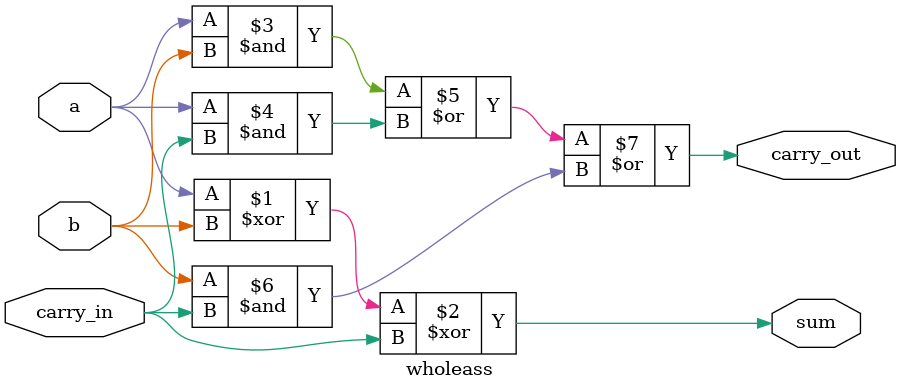
<source format=sv>
module wholeass(input carry_in, a, b, output carry_out, sum);
    assign sum = a ^ b ^ carry_in;
    assign carry_out = (a & b) |
                       (a & carry_in) |
                       (b & carry_in);
endmodule

</source>
